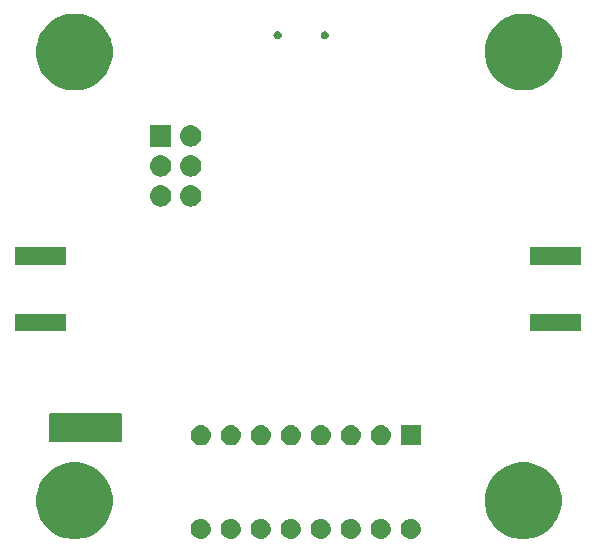
<source format=gbs>
G04 #@! TF.GenerationSoftware,KiCad,Pcbnew,(5.0.2)-1*
G04 #@! TF.CreationDate,2019-01-19T12:29:50+11:00*
G04 #@! TF.ProjectId,Gain_Block_Dev_Rev_0,4761696e-5f42-46c6-9f63-6b5f4465765f,rev?*
G04 #@! TF.SameCoordinates,Original*
G04 #@! TF.FileFunction,Soldermask,Bot*
G04 #@! TF.FilePolarity,Negative*
%FSLAX46Y46*%
G04 Gerber Fmt 4.6, Leading zero omitted, Abs format (unit mm)*
G04 Created by KiCad (PCBNEW (5.0.2)-1) date 19/01/2019 12:29:50*
%MOMM*%
%LPD*%
G01*
G04 APERTURE LIST*
%ADD10C,0.150000*%
%ADD11C,0.100000*%
G04 APERTURE END LIST*
D10*
G04 #@! TO.C,REF\002A\002A*
G36*
X107950000Y-105650000D02*
X113950000Y-105650000D01*
X113950000Y-107900000D01*
X107950000Y-107900000D01*
X107950000Y-105650000D01*
G37*
X107950000Y-105650000D02*
X113950000Y-105650000D01*
X113950000Y-107900000D01*
X107950000Y-107900000D01*
X107950000Y-105650000D01*
D11*
G36*
X148634239Y-109811467D02*
X148948282Y-109873934D01*
X149539926Y-110119001D01*
X149829523Y-110312504D01*
X150072395Y-110474786D01*
X150525214Y-110927605D01*
X150525216Y-110927608D01*
X150880999Y-111460074D01*
X151002724Y-111753944D01*
X151126066Y-112051719D01*
X151251000Y-112679803D01*
X151251000Y-113320197D01*
X151188533Y-113634239D01*
X151126066Y-113948282D01*
X150880999Y-114539926D01*
X150640457Y-114899922D01*
X150525214Y-115072395D01*
X150072395Y-115525214D01*
X150072392Y-115525216D01*
X149539926Y-115880999D01*
X148948282Y-116126066D01*
X148634239Y-116188533D01*
X148320197Y-116251000D01*
X147679803Y-116251000D01*
X147365761Y-116188533D01*
X147051718Y-116126066D01*
X146460074Y-115880999D01*
X145927608Y-115525216D01*
X145927605Y-115525214D01*
X145474786Y-115072395D01*
X145359543Y-114899922D01*
X145119001Y-114539926D01*
X144873934Y-113948282D01*
X144811467Y-113634239D01*
X144749000Y-113320197D01*
X144749000Y-112679803D01*
X144873934Y-112051719D01*
X144997276Y-111753944D01*
X145119001Y-111460074D01*
X145474784Y-110927608D01*
X145474786Y-110927605D01*
X145927605Y-110474786D01*
X146170477Y-110312504D01*
X146460074Y-110119001D01*
X147051718Y-109873934D01*
X147365761Y-109811467D01*
X147679803Y-109749000D01*
X148320197Y-109749000D01*
X148634239Y-109811467D01*
X148634239Y-109811467D01*
G37*
G36*
X110634239Y-109811467D02*
X110948282Y-109873934D01*
X111539926Y-110119001D01*
X111829523Y-110312504D01*
X112072395Y-110474786D01*
X112525214Y-110927605D01*
X112525216Y-110927608D01*
X112880999Y-111460074D01*
X113002724Y-111753944D01*
X113126066Y-112051719D01*
X113251000Y-112679803D01*
X113251000Y-113320197D01*
X113188533Y-113634239D01*
X113126066Y-113948282D01*
X112880999Y-114539926D01*
X112640457Y-114899922D01*
X112525214Y-115072395D01*
X112072395Y-115525214D01*
X112072392Y-115525216D01*
X111539926Y-115880999D01*
X110948282Y-116126066D01*
X110634239Y-116188533D01*
X110320197Y-116251000D01*
X109679803Y-116251000D01*
X109365761Y-116188533D01*
X109051718Y-116126066D01*
X108460074Y-115880999D01*
X107927608Y-115525216D01*
X107927605Y-115525214D01*
X107474786Y-115072395D01*
X107359543Y-114899922D01*
X107119001Y-114539926D01*
X106873934Y-113948282D01*
X106811467Y-113634239D01*
X106749000Y-113320197D01*
X106749000Y-112679803D01*
X106873934Y-112051719D01*
X106997276Y-111753944D01*
X107119001Y-111460074D01*
X107474784Y-110927608D01*
X107474786Y-110927605D01*
X107927605Y-110474786D01*
X108170477Y-110312504D01*
X108460074Y-110119001D01*
X109051718Y-109873934D01*
X109365761Y-109811467D01*
X109679803Y-109749000D01*
X110320197Y-109749000D01*
X110634239Y-109811467D01*
X110634239Y-109811467D01*
G37*
G36*
X123406821Y-114536313D02*
X123406824Y-114536314D01*
X123406825Y-114536314D01*
X123567239Y-114584975D01*
X123567241Y-114584976D01*
X123567244Y-114584977D01*
X123715078Y-114663995D01*
X123844659Y-114770341D01*
X123951005Y-114899922D01*
X124030023Y-115047756D01*
X124030024Y-115047759D01*
X124030025Y-115047761D01*
X124060449Y-115148056D01*
X124078687Y-115208179D01*
X124095117Y-115375000D01*
X124078687Y-115541821D01*
X124078686Y-115541824D01*
X124078686Y-115541825D01*
X124056905Y-115613629D01*
X124030023Y-115702244D01*
X123951005Y-115850078D01*
X123844659Y-115979659D01*
X123715078Y-116086005D01*
X123567244Y-116165023D01*
X123567241Y-116165024D01*
X123567239Y-116165025D01*
X123406825Y-116213686D01*
X123406824Y-116213686D01*
X123406821Y-116213687D01*
X123281804Y-116226000D01*
X123198196Y-116226000D01*
X123073179Y-116213687D01*
X123073176Y-116213686D01*
X123073175Y-116213686D01*
X122912761Y-116165025D01*
X122912759Y-116165024D01*
X122912756Y-116165023D01*
X122764922Y-116086005D01*
X122635341Y-115979659D01*
X122528995Y-115850078D01*
X122449977Y-115702244D01*
X122423096Y-115613629D01*
X122401314Y-115541825D01*
X122401314Y-115541824D01*
X122401313Y-115541821D01*
X122384883Y-115375000D01*
X122401313Y-115208179D01*
X122419551Y-115148056D01*
X122449975Y-115047761D01*
X122449976Y-115047759D01*
X122449977Y-115047756D01*
X122528995Y-114899922D01*
X122635341Y-114770341D01*
X122764922Y-114663995D01*
X122912756Y-114584977D01*
X122912759Y-114584976D01*
X122912761Y-114584975D01*
X123073175Y-114536314D01*
X123073176Y-114536314D01*
X123073179Y-114536313D01*
X123198196Y-114524000D01*
X123281804Y-114524000D01*
X123406821Y-114536313D01*
X123406821Y-114536313D01*
G37*
G36*
X120866821Y-114536313D02*
X120866824Y-114536314D01*
X120866825Y-114536314D01*
X121027239Y-114584975D01*
X121027241Y-114584976D01*
X121027244Y-114584977D01*
X121175078Y-114663995D01*
X121304659Y-114770341D01*
X121411005Y-114899922D01*
X121490023Y-115047756D01*
X121490024Y-115047759D01*
X121490025Y-115047761D01*
X121520449Y-115148056D01*
X121538687Y-115208179D01*
X121555117Y-115375000D01*
X121538687Y-115541821D01*
X121538686Y-115541824D01*
X121538686Y-115541825D01*
X121516905Y-115613629D01*
X121490023Y-115702244D01*
X121411005Y-115850078D01*
X121304659Y-115979659D01*
X121175078Y-116086005D01*
X121027244Y-116165023D01*
X121027241Y-116165024D01*
X121027239Y-116165025D01*
X120866825Y-116213686D01*
X120866824Y-116213686D01*
X120866821Y-116213687D01*
X120741804Y-116226000D01*
X120658196Y-116226000D01*
X120533179Y-116213687D01*
X120533176Y-116213686D01*
X120533175Y-116213686D01*
X120372761Y-116165025D01*
X120372759Y-116165024D01*
X120372756Y-116165023D01*
X120224922Y-116086005D01*
X120095341Y-115979659D01*
X119988995Y-115850078D01*
X119909977Y-115702244D01*
X119883096Y-115613629D01*
X119861314Y-115541825D01*
X119861314Y-115541824D01*
X119861313Y-115541821D01*
X119844883Y-115375000D01*
X119861313Y-115208179D01*
X119879551Y-115148056D01*
X119909975Y-115047761D01*
X119909976Y-115047759D01*
X119909977Y-115047756D01*
X119988995Y-114899922D01*
X120095341Y-114770341D01*
X120224922Y-114663995D01*
X120372756Y-114584977D01*
X120372759Y-114584976D01*
X120372761Y-114584975D01*
X120533175Y-114536314D01*
X120533176Y-114536314D01*
X120533179Y-114536313D01*
X120658196Y-114524000D01*
X120741804Y-114524000D01*
X120866821Y-114536313D01*
X120866821Y-114536313D01*
G37*
G36*
X125946821Y-114536313D02*
X125946824Y-114536314D01*
X125946825Y-114536314D01*
X126107239Y-114584975D01*
X126107241Y-114584976D01*
X126107244Y-114584977D01*
X126255078Y-114663995D01*
X126384659Y-114770341D01*
X126491005Y-114899922D01*
X126570023Y-115047756D01*
X126570024Y-115047759D01*
X126570025Y-115047761D01*
X126600449Y-115148056D01*
X126618687Y-115208179D01*
X126635117Y-115375000D01*
X126618687Y-115541821D01*
X126618686Y-115541824D01*
X126618686Y-115541825D01*
X126596905Y-115613629D01*
X126570023Y-115702244D01*
X126491005Y-115850078D01*
X126384659Y-115979659D01*
X126255078Y-116086005D01*
X126107244Y-116165023D01*
X126107241Y-116165024D01*
X126107239Y-116165025D01*
X125946825Y-116213686D01*
X125946824Y-116213686D01*
X125946821Y-116213687D01*
X125821804Y-116226000D01*
X125738196Y-116226000D01*
X125613179Y-116213687D01*
X125613176Y-116213686D01*
X125613175Y-116213686D01*
X125452761Y-116165025D01*
X125452759Y-116165024D01*
X125452756Y-116165023D01*
X125304922Y-116086005D01*
X125175341Y-115979659D01*
X125068995Y-115850078D01*
X124989977Y-115702244D01*
X124963096Y-115613629D01*
X124941314Y-115541825D01*
X124941314Y-115541824D01*
X124941313Y-115541821D01*
X124924883Y-115375000D01*
X124941313Y-115208179D01*
X124959551Y-115148056D01*
X124989975Y-115047761D01*
X124989976Y-115047759D01*
X124989977Y-115047756D01*
X125068995Y-114899922D01*
X125175341Y-114770341D01*
X125304922Y-114663995D01*
X125452756Y-114584977D01*
X125452759Y-114584976D01*
X125452761Y-114584975D01*
X125613175Y-114536314D01*
X125613176Y-114536314D01*
X125613179Y-114536313D01*
X125738196Y-114524000D01*
X125821804Y-114524000D01*
X125946821Y-114536313D01*
X125946821Y-114536313D01*
G37*
G36*
X128486821Y-114536313D02*
X128486824Y-114536314D01*
X128486825Y-114536314D01*
X128647239Y-114584975D01*
X128647241Y-114584976D01*
X128647244Y-114584977D01*
X128795078Y-114663995D01*
X128924659Y-114770341D01*
X129031005Y-114899922D01*
X129110023Y-115047756D01*
X129110024Y-115047759D01*
X129110025Y-115047761D01*
X129140449Y-115148056D01*
X129158687Y-115208179D01*
X129175117Y-115375000D01*
X129158687Y-115541821D01*
X129158686Y-115541824D01*
X129158686Y-115541825D01*
X129136905Y-115613629D01*
X129110023Y-115702244D01*
X129031005Y-115850078D01*
X128924659Y-115979659D01*
X128795078Y-116086005D01*
X128647244Y-116165023D01*
X128647241Y-116165024D01*
X128647239Y-116165025D01*
X128486825Y-116213686D01*
X128486824Y-116213686D01*
X128486821Y-116213687D01*
X128361804Y-116226000D01*
X128278196Y-116226000D01*
X128153179Y-116213687D01*
X128153176Y-116213686D01*
X128153175Y-116213686D01*
X127992761Y-116165025D01*
X127992759Y-116165024D01*
X127992756Y-116165023D01*
X127844922Y-116086005D01*
X127715341Y-115979659D01*
X127608995Y-115850078D01*
X127529977Y-115702244D01*
X127503096Y-115613629D01*
X127481314Y-115541825D01*
X127481314Y-115541824D01*
X127481313Y-115541821D01*
X127464883Y-115375000D01*
X127481313Y-115208179D01*
X127499551Y-115148056D01*
X127529975Y-115047761D01*
X127529976Y-115047759D01*
X127529977Y-115047756D01*
X127608995Y-114899922D01*
X127715341Y-114770341D01*
X127844922Y-114663995D01*
X127992756Y-114584977D01*
X127992759Y-114584976D01*
X127992761Y-114584975D01*
X128153175Y-114536314D01*
X128153176Y-114536314D01*
X128153179Y-114536313D01*
X128278196Y-114524000D01*
X128361804Y-114524000D01*
X128486821Y-114536313D01*
X128486821Y-114536313D01*
G37*
G36*
X131026821Y-114536313D02*
X131026824Y-114536314D01*
X131026825Y-114536314D01*
X131187239Y-114584975D01*
X131187241Y-114584976D01*
X131187244Y-114584977D01*
X131335078Y-114663995D01*
X131464659Y-114770341D01*
X131571005Y-114899922D01*
X131650023Y-115047756D01*
X131650024Y-115047759D01*
X131650025Y-115047761D01*
X131680449Y-115148056D01*
X131698687Y-115208179D01*
X131715117Y-115375000D01*
X131698687Y-115541821D01*
X131698686Y-115541824D01*
X131698686Y-115541825D01*
X131676905Y-115613629D01*
X131650023Y-115702244D01*
X131571005Y-115850078D01*
X131464659Y-115979659D01*
X131335078Y-116086005D01*
X131187244Y-116165023D01*
X131187241Y-116165024D01*
X131187239Y-116165025D01*
X131026825Y-116213686D01*
X131026824Y-116213686D01*
X131026821Y-116213687D01*
X130901804Y-116226000D01*
X130818196Y-116226000D01*
X130693179Y-116213687D01*
X130693176Y-116213686D01*
X130693175Y-116213686D01*
X130532761Y-116165025D01*
X130532759Y-116165024D01*
X130532756Y-116165023D01*
X130384922Y-116086005D01*
X130255341Y-115979659D01*
X130148995Y-115850078D01*
X130069977Y-115702244D01*
X130043096Y-115613629D01*
X130021314Y-115541825D01*
X130021314Y-115541824D01*
X130021313Y-115541821D01*
X130004883Y-115375000D01*
X130021313Y-115208179D01*
X130039551Y-115148056D01*
X130069975Y-115047761D01*
X130069976Y-115047759D01*
X130069977Y-115047756D01*
X130148995Y-114899922D01*
X130255341Y-114770341D01*
X130384922Y-114663995D01*
X130532756Y-114584977D01*
X130532759Y-114584976D01*
X130532761Y-114584975D01*
X130693175Y-114536314D01*
X130693176Y-114536314D01*
X130693179Y-114536313D01*
X130818196Y-114524000D01*
X130901804Y-114524000D01*
X131026821Y-114536313D01*
X131026821Y-114536313D01*
G37*
G36*
X133566821Y-114536313D02*
X133566824Y-114536314D01*
X133566825Y-114536314D01*
X133727239Y-114584975D01*
X133727241Y-114584976D01*
X133727244Y-114584977D01*
X133875078Y-114663995D01*
X134004659Y-114770341D01*
X134111005Y-114899922D01*
X134190023Y-115047756D01*
X134190024Y-115047759D01*
X134190025Y-115047761D01*
X134220449Y-115148056D01*
X134238687Y-115208179D01*
X134255117Y-115375000D01*
X134238687Y-115541821D01*
X134238686Y-115541824D01*
X134238686Y-115541825D01*
X134216905Y-115613629D01*
X134190023Y-115702244D01*
X134111005Y-115850078D01*
X134004659Y-115979659D01*
X133875078Y-116086005D01*
X133727244Y-116165023D01*
X133727241Y-116165024D01*
X133727239Y-116165025D01*
X133566825Y-116213686D01*
X133566824Y-116213686D01*
X133566821Y-116213687D01*
X133441804Y-116226000D01*
X133358196Y-116226000D01*
X133233179Y-116213687D01*
X133233176Y-116213686D01*
X133233175Y-116213686D01*
X133072761Y-116165025D01*
X133072759Y-116165024D01*
X133072756Y-116165023D01*
X132924922Y-116086005D01*
X132795341Y-115979659D01*
X132688995Y-115850078D01*
X132609977Y-115702244D01*
X132583096Y-115613629D01*
X132561314Y-115541825D01*
X132561314Y-115541824D01*
X132561313Y-115541821D01*
X132544883Y-115375000D01*
X132561313Y-115208179D01*
X132579551Y-115148056D01*
X132609975Y-115047761D01*
X132609976Y-115047759D01*
X132609977Y-115047756D01*
X132688995Y-114899922D01*
X132795341Y-114770341D01*
X132924922Y-114663995D01*
X133072756Y-114584977D01*
X133072759Y-114584976D01*
X133072761Y-114584975D01*
X133233175Y-114536314D01*
X133233176Y-114536314D01*
X133233179Y-114536313D01*
X133358196Y-114524000D01*
X133441804Y-114524000D01*
X133566821Y-114536313D01*
X133566821Y-114536313D01*
G37*
G36*
X136106821Y-114536313D02*
X136106824Y-114536314D01*
X136106825Y-114536314D01*
X136267239Y-114584975D01*
X136267241Y-114584976D01*
X136267244Y-114584977D01*
X136415078Y-114663995D01*
X136544659Y-114770341D01*
X136651005Y-114899922D01*
X136730023Y-115047756D01*
X136730024Y-115047759D01*
X136730025Y-115047761D01*
X136760449Y-115148056D01*
X136778687Y-115208179D01*
X136795117Y-115375000D01*
X136778687Y-115541821D01*
X136778686Y-115541824D01*
X136778686Y-115541825D01*
X136756905Y-115613629D01*
X136730023Y-115702244D01*
X136651005Y-115850078D01*
X136544659Y-115979659D01*
X136415078Y-116086005D01*
X136267244Y-116165023D01*
X136267241Y-116165024D01*
X136267239Y-116165025D01*
X136106825Y-116213686D01*
X136106824Y-116213686D01*
X136106821Y-116213687D01*
X135981804Y-116226000D01*
X135898196Y-116226000D01*
X135773179Y-116213687D01*
X135773176Y-116213686D01*
X135773175Y-116213686D01*
X135612761Y-116165025D01*
X135612759Y-116165024D01*
X135612756Y-116165023D01*
X135464922Y-116086005D01*
X135335341Y-115979659D01*
X135228995Y-115850078D01*
X135149977Y-115702244D01*
X135123096Y-115613629D01*
X135101314Y-115541825D01*
X135101314Y-115541824D01*
X135101313Y-115541821D01*
X135084883Y-115375000D01*
X135101313Y-115208179D01*
X135119551Y-115148056D01*
X135149975Y-115047761D01*
X135149976Y-115047759D01*
X135149977Y-115047756D01*
X135228995Y-114899922D01*
X135335341Y-114770341D01*
X135464922Y-114663995D01*
X135612756Y-114584977D01*
X135612759Y-114584976D01*
X135612761Y-114584975D01*
X135773175Y-114536314D01*
X135773176Y-114536314D01*
X135773179Y-114536313D01*
X135898196Y-114524000D01*
X135981804Y-114524000D01*
X136106821Y-114536313D01*
X136106821Y-114536313D01*
G37*
G36*
X138646821Y-114536313D02*
X138646824Y-114536314D01*
X138646825Y-114536314D01*
X138807239Y-114584975D01*
X138807241Y-114584976D01*
X138807244Y-114584977D01*
X138955078Y-114663995D01*
X139084659Y-114770341D01*
X139191005Y-114899922D01*
X139270023Y-115047756D01*
X139270024Y-115047759D01*
X139270025Y-115047761D01*
X139300449Y-115148056D01*
X139318687Y-115208179D01*
X139335117Y-115375000D01*
X139318687Y-115541821D01*
X139318686Y-115541824D01*
X139318686Y-115541825D01*
X139296905Y-115613629D01*
X139270023Y-115702244D01*
X139191005Y-115850078D01*
X139084659Y-115979659D01*
X138955078Y-116086005D01*
X138807244Y-116165023D01*
X138807241Y-116165024D01*
X138807239Y-116165025D01*
X138646825Y-116213686D01*
X138646824Y-116213686D01*
X138646821Y-116213687D01*
X138521804Y-116226000D01*
X138438196Y-116226000D01*
X138313179Y-116213687D01*
X138313176Y-116213686D01*
X138313175Y-116213686D01*
X138152761Y-116165025D01*
X138152759Y-116165024D01*
X138152756Y-116165023D01*
X138004922Y-116086005D01*
X137875341Y-115979659D01*
X137768995Y-115850078D01*
X137689977Y-115702244D01*
X137663096Y-115613629D01*
X137641314Y-115541825D01*
X137641314Y-115541824D01*
X137641313Y-115541821D01*
X137624883Y-115375000D01*
X137641313Y-115208179D01*
X137659551Y-115148056D01*
X137689975Y-115047761D01*
X137689976Y-115047759D01*
X137689977Y-115047756D01*
X137768995Y-114899922D01*
X137875341Y-114770341D01*
X138004922Y-114663995D01*
X138152756Y-114584977D01*
X138152759Y-114584976D01*
X138152761Y-114584975D01*
X138313175Y-114536314D01*
X138313176Y-114536314D01*
X138313179Y-114536313D01*
X138438196Y-114524000D01*
X138521804Y-114524000D01*
X138646821Y-114536313D01*
X138646821Y-114536313D01*
G37*
G36*
X139331000Y-108306000D02*
X137629000Y-108306000D01*
X137629000Y-106604000D01*
X139331000Y-106604000D01*
X139331000Y-108306000D01*
X139331000Y-108306000D01*
G37*
G36*
X136106821Y-106616313D02*
X136106824Y-106616314D01*
X136106825Y-106616314D01*
X136267239Y-106664975D01*
X136267241Y-106664976D01*
X136267244Y-106664977D01*
X136415078Y-106743995D01*
X136544659Y-106850341D01*
X136651005Y-106979922D01*
X136730023Y-107127756D01*
X136778687Y-107288179D01*
X136795117Y-107455000D01*
X136778687Y-107621821D01*
X136730023Y-107782244D01*
X136651005Y-107930078D01*
X136544659Y-108059659D01*
X136415078Y-108166005D01*
X136267244Y-108245023D01*
X136267241Y-108245024D01*
X136267239Y-108245025D01*
X136106825Y-108293686D01*
X136106824Y-108293686D01*
X136106821Y-108293687D01*
X135981804Y-108306000D01*
X135898196Y-108306000D01*
X135773179Y-108293687D01*
X135773176Y-108293686D01*
X135773175Y-108293686D01*
X135612761Y-108245025D01*
X135612759Y-108245024D01*
X135612756Y-108245023D01*
X135464922Y-108166005D01*
X135335341Y-108059659D01*
X135228995Y-107930078D01*
X135149977Y-107782244D01*
X135101313Y-107621821D01*
X135084883Y-107455000D01*
X135101313Y-107288179D01*
X135149977Y-107127756D01*
X135228995Y-106979922D01*
X135335341Y-106850341D01*
X135464922Y-106743995D01*
X135612756Y-106664977D01*
X135612759Y-106664976D01*
X135612761Y-106664975D01*
X135773175Y-106616314D01*
X135773176Y-106616314D01*
X135773179Y-106616313D01*
X135898196Y-106604000D01*
X135981804Y-106604000D01*
X136106821Y-106616313D01*
X136106821Y-106616313D01*
G37*
G36*
X125946821Y-106616313D02*
X125946824Y-106616314D01*
X125946825Y-106616314D01*
X126107239Y-106664975D01*
X126107241Y-106664976D01*
X126107244Y-106664977D01*
X126255078Y-106743995D01*
X126384659Y-106850341D01*
X126491005Y-106979922D01*
X126570023Y-107127756D01*
X126618687Y-107288179D01*
X126635117Y-107455000D01*
X126618687Y-107621821D01*
X126570023Y-107782244D01*
X126491005Y-107930078D01*
X126384659Y-108059659D01*
X126255078Y-108166005D01*
X126107244Y-108245023D01*
X126107241Y-108245024D01*
X126107239Y-108245025D01*
X125946825Y-108293686D01*
X125946824Y-108293686D01*
X125946821Y-108293687D01*
X125821804Y-108306000D01*
X125738196Y-108306000D01*
X125613179Y-108293687D01*
X125613176Y-108293686D01*
X125613175Y-108293686D01*
X125452761Y-108245025D01*
X125452759Y-108245024D01*
X125452756Y-108245023D01*
X125304922Y-108166005D01*
X125175341Y-108059659D01*
X125068995Y-107930078D01*
X124989977Y-107782244D01*
X124941313Y-107621821D01*
X124924883Y-107455000D01*
X124941313Y-107288179D01*
X124989977Y-107127756D01*
X125068995Y-106979922D01*
X125175341Y-106850341D01*
X125304922Y-106743995D01*
X125452756Y-106664977D01*
X125452759Y-106664976D01*
X125452761Y-106664975D01*
X125613175Y-106616314D01*
X125613176Y-106616314D01*
X125613179Y-106616313D01*
X125738196Y-106604000D01*
X125821804Y-106604000D01*
X125946821Y-106616313D01*
X125946821Y-106616313D01*
G37*
G36*
X133566821Y-106616313D02*
X133566824Y-106616314D01*
X133566825Y-106616314D01*
X133727239Y-106664975D01*
X133727241Y-106664976D01*
X133727244Y-106664977D01*
X133875078Y-106743995D01*
X134004659Y-106850341D01*
X134111005Y-106979922D01*
X134190023Y-107127756D01*
X134238687Y-107288179D01*
X134255117Y-107455000D01*
X134238687Y-107621821D01*
X134190023Y-107782244D01*
X134111005Y-107930078D01*
X134004659Y-108059659D01*
X133875078Y-108166005D01*
X133727244Y-108245023D01*
X133727241Y-108245024D01*
X133727239Y-108245025D01*
X133566825Y-108293686D01*
X133566824Y-108293686D01*
X133566821Y-108293687D01*
X133441804Y-108306000D01*
X133358196Y-108306000D01*
X133233179Y-108293687D01*
X133233176Y-108293686D01*
X133233175Y-108293686D01*
X133072761Y-108245025D01*
X133072759Y-108245024D01*
X133072756Y-108245023D01*
X132924922Y-108166005D01*
X132795341Y-108059659D01*
X132688995Y-107930078D01*
X132609977Y-107782244D01*
X132561313Y-107621821D01*
X132544883Y-107455000D01*
X132561313Y-107288179D01*
X132609977Y-107127756D01*
X132688995Y-106979922D01*
X132795341Y-106850341D01*
X132924922Y-106743995D01*
X133072756Y-106664977D01*
X133072759Y-106664976D01*
X133072761Y-106664975D01*
X133233175Y-106616314D01*
X133233176Y-106616314D01*
X133233179Y-106616313D01*
X133358196Y-106604000D01*
X133441804Y-106604000D01*
X133566821Y-106616313D01*
X133566821Y-106616313D01*
G37*
G36*
X128486821Y-106616313D02*
X128486824Y-106616314D01*
X128486825Y-106616314D01*
X128647239Y-106664975D01*
X128647241Y-106664976D01*
X128647244Y-106664977D01*
X128795078Y-106743995D01*
X128924659Y-106850341D01*
X129031005Y-106979922D01*
X129110023Y-107127756D01*
X129158687Y-107288179D01*
X129175117Y-107455000D01*
X129158687Y-107621821D01*
X129110023Y-107782244D01*
X129031005Y-107930078D01*
X128924659Y-108059659D01*
X128795078Y-108166005D01*
X128647244Y-108245023D01*
X128647241Y-108245024D01*
X128647239Y-108245025D01*
X128486825Y-108293686D01*
X128486824Y-108293686D01*
X128486821Y-108293687D01*
X128361804Y-108306000D01*
X128278196Y-108306000D01*
X128153179Y-108293687D01*
X128153176Y-108293686D01*
X128153175Y-108293686D01*
X127992761Y-108245025D01*
X127992759Y-108245024D01*
X127992756Y-108245023D01*
X127844922Y-108166005D01*
X127715341Y-108059659D01*
X127608995Y-107930078D01*
X127529977Y-107782244D01*
X127481313Y-107621821D01*
X127464883Y-107455000D01*
X127481313Y-107288179D01*
X127529977Y-107127756D01*
X127608995Y-106979922D01*
X127715341Y-106850341D01*
X127844922Y-106743995D01*
X127992756Y-106664977D01*
X127992759Y-106664976D01*
X127992761Y-106664975D01*
X128153175Y-106616314D01*
X128153176Y-106616314D01*
X128153179Y-106616313D01*
X128278196Y-106604000D01*
X128361804Y-106604000D01*
X128486821Y-106616313D01*
X128486821Y-106616313D01*
G37*
G36*
X120866821Y-106616313D02*
X120866824Y-106616314D01*
X120866825Y-106616314D01*
X121027239Y-106664975D01*
X121027241Y-106664976D01*
X121027244Y-106664977D01*
X121175078Y-106743995D01*
X121304659Y-106850341D01*
X121411005Y-106979922D01*
X121490023Y-107127756D01*
X121538687Y-107288179D01*
X121555117Y-107455000D01*
X121538687Y-107621821D01*
X121490023Y-107782244D01*
X121411005Y-107930078D01*
X121304659Y-108059659D01*
X121175078Y-108166005D01*
X121027244Y-108245023D01*
X121027241Y-108245024D01*
X121027239Y-108245025D01*
X120866825Y-108293686D01*
X120866824Y-108293686D01*
X120866821Y-108293687D01*
X120741804Y-108306000D01*
X120658196Y-108306000D01*
X120533179Y-108293687D01*
X120533176Y-108293686D01*
X120533175Y-108293686D01*
X120372761Y-108245025D01*
X120372759Y-108245024D01*
X120372756Y-108245023D01*
X120224922Y-108166005D01*
X120095341Y-108059659D01*
X119988995Y-107930078D01*
X119909977Y-107782244D01*
X119861313Y-107621821D01*
X119844883Y-107455000D01*
X119861313Y-107288179D01*
X119909977Y-107127756D01*
X119988995Y-106979922D01*
X120095341Y-106850341D01*
X120224922Y-106743995D01*
X120372756Y-106664977D01*
X120372759Y-106664976D01*
X120372761Y-106664975D01*
X120533175Y-106616314D01*
X120533176Y-106616314D01*
X120533179Y-106616313D01*
X120658196Y-106604000D01*
X120741804Y-106604000D01*
X120866821Y-106616313D01*
X120866821Y-106616313D01*
G37*
G36*
X123406821Y-106616313D02*
X123406824Y-106616314D01*
X123406825Y-106616314D01*
X123567239Y-106664975D01*
X123567241Y-106664976D01*
X123567244Y-106664977D01*
X123715078Y-106743995D01*
X123844659Y-106850341D01*
X123951005Y-106979922D01*
X124030023Y-107127756D01*
X124078687Y-107288179D01*
X124095117Y-107455000D01*
X124078687Y-107621821D01*
X124030023Y-107782244D01*
X123951005Y-107930078D01*
X123844659Y-108059659D01*
X123715078Y-108166005D01*
X123567244Y-108245023D01*
X123567241Y-108245024D01*
X123567239Y-108245025D01*
X123406825Y-108293686D01*
X123406824Y-108293686D01*
X123406821Y-108293687D01*
X123281804Y-108306000D01*
X123198196Y-108306000D01*
X123073179Y-108293687D01*
X123073176Y-108293686D01*
X123073175Y-108293686D01*
X122912761Y-108245025D01*
X122912759Y-108245024D01*
X122912756Y-108245023D01*
X122764922Y-108166005D01*
X122635341Y-108059659D01*
X122528995Y-107930078D01*
X122449977Y-107782244D01*
X122401313Y-107621821D01*
X122384883Y-107455000D01*
X122401313Y-107288179D01*
X122449977Y-107127756D01*
X122528995Y-106979922D01*
X122635341Y-106850341D01*
X122764922Y-106743995D01*
X122912756Y-106664977D01*
X122912759Y-106664976D01*
X122912761Y-106664975D01*
X123073175Y-106616314D01*
X123073176Y-106616314D01*
X123073179Y-106616313D01*
X123198196Y-106604000D01*
X123281804Y-106604000D01*
X123406821Y-106616313D01*
X123406821Y-106616313D01*
G37*
G36*
X131026821Y-106616313D02*
X131026824Y-106616314D01*
X131026825Y-106616314D01*
X131187239Y-106664975D01*
X131187241Y-106664976D01*
X131187244Y-106664977D01*
X131335078Y-106743995D01*
X131464659Y-106850341D01*
X131571005Y-106979922D01*
X131650023Y-107127756D01*
X131698687Y-107288179D01*
X131715117Y-107455000D01*
X131698687Y-107621821D01*
X131650023Y-107782244D01*
X131571005Y-107930078D01*
X131464659Y-108059659D01*
X131335078Y-108166005D01*
X131187244Y-108245023D01*
X131187241Y-108245024D01*
X131187239Y-108245025D01*
X131026825Y-108293686D01*
X131026824Y-108293686D01*
X131026821Y-108293687D01*
X130901804Y-108306000D01*
X130818196Y-108306000D01*
X130693179Y-108293687D01*
X130693176Y-108293686D01*
X130693175Y-108293686D01*
X130532761Y-108245025D01*
X130532759Y-108245024D01*
X130532756Y-108245023D01*
X130384922Y-108166005D01*
X130255341Y-108059659D01*
X130148995Y-107930078D01*
X130069977Y-107782244D01*
X130021313Y-107621821D01*
X130004883Y-107455000D01*
X130021313Y-107288179D01*
X130069977Y-107127756D01*
X130148995Y-106979922D01*
X130255341Y-106850341D01*
X130384922Y-106743995D01*
X130532756Y-106664977D01*
X130532759Y-106664976D01*
X130532761Y-106664975D01*
X130693175Y-106616314D01*
X130693176Y-106616314D01*
X130693179Y-106616313D01*
X130818196Y-106604000D01*
X130901804Y-106604000D01*
X131026821Y-106616313D01*
X131026821Y-106616313D01*
G37*
G36*
X152851000Y-98651000D02*
X148549000Y-98651000D01*
X148549000Y-97199000D01*
X152851000Y-97199000D01*
X152851000Y-98651000D01*
X152851000Y-98651000D01*
G37*
G36*
X109251000Y-98651000D02*
X104949000Y-98651000D01*
X104949000Y-97199000D01*
X109251000Y-97199000D01*
X109251000Y-98651000D01*
X109251000Y-98651000D01*
G37*
G36*
X109251000Y-93001000D02*
X104949000Y-93001000D01*
X104949000Y-91549000D01*
X109251000Y-91549000D01*
X109251000Y-93001000D01*
X109251000Y-93001000D01*
G37*
G36*
X152851000Y-93001000D02*
X148549000Y-93001000D01*
X148549000Y-91549000D01*
X152851000Y-91549000D01*
X152851000Y-93001000D01*
X152851000Y-93001000D01*
G37*
G36*
X117410442Y-86285518D02*
X117476627Y-86292037D01*
X117589853Y-86326384D01*
X117646467Y-86343557D01*
X117785087Y-86417652D01*
X117802991Y-86427222D01*
X117838729Y-86456552D01*
X117940186Y-86539814D01*
X118023448Y-86641271D01*
X118052778Y-86677009D01*
X118052779Y-86677011D01*
X118136443Y-86833533D01*
X118136443Y-86833534D01*
X118187963Y-87003373D01*
X118205359Y-87180000D01*
X118187963Y-87356627D01*
X118153616Y-87469853D01*
X118136443Y-87526467D01*
X118062348Y-87665087D01*
X118052778Y-87682991D01*
X118023448Y-87718729D01*
X117940186Y-87820186D01*
X117838729Y-87903448D01*
X117802991Y-87932778D01*
X117802989Y-87932779D01*
X117646467Y-88016443D01*
X117589853Y-88033616D01*
X117476627Y-88067963D01*
X117410443Y-88074481D01*
X117344260Y-88081000D01*
X117255740Y-88081000D01*
X117189557Y-88074481D01*
X117123373Y-88067963D01*
X117010147Y-88033616D01*
X116953533Y-88016443D01*
X116797011Y-87932779D01*
X116797009Y-87932778D01*
X116761271Y-87903448D01*
X116659814Y-87820186D01*
X116576552Y-87718729D01*
X116547222Y-87682991D01*
X116537652Y-87665087D01*
X116463557Y-87526467D01*
X116446384Y-87469853D01*
X116412037Y-87356627D01*
X116394641Y-87180000D01*
X116412037Y-87003373D01*
X116463557Y-86833534D01*
X116463557Y-86833533D01*
X116547221Y-86677011D01*
X116547222Y-86677009D01*
X116576552Y-86641271D01*
X116659814Y-86539814D01*
X116761271Y-86456552D01*
X116797009Y-86427222D01*
X116814913Y-86417652D01*
X116953533Y-86343557D01*
X117010147Y-86326384D01*
X117123373Y-86292037D01*
X117189558Y-86285518D01*
X117255740Y-86279000D01*
X117344260Y-86279000D01*
X117410442Y-86285518D01*
X117410442Y-86285518D01*
G37*
G36*
X119950442Y-86285518D02*
X120016627Y-86292037D01*
X120129853Y-86326384D01*
X120186467Y-86343557D01*
X120325087Y-86417652D01*
X120342991Y-86427222D01*
X120378729Y-86456552D01*
X120480186Y-86539814D01*
X120563448Y-86641271D01*
X120592778Y-86677009D01*
X120592779Y-86677011D01*
X120676443Y-86833533D01*
X120676443Y-86833534D01*
X120727963Y-87003373D01*
X120745359Y-87180000D01*
X120727963Y-87356627D01*
X120693616Y-87469853D01*
X120676443Y-87526467D01*
X120602348Y-87665087D01*
X120592778Y-87682991D01*
X120563448Y-87718729D01*
X120480186Y-87820186D01*
X120378729Y-87903448D01*
X120342991Y-87932778D01*
X120342989Y-87932779D01*
X120186467Y-88016443D01*
X120129853Y-88033616D01*
X120016627Y-88067963D01*
X119950443Y-88074481D01*
X119884260Y-88081000D01*
X119795740Y-88081000D01*
X119729557Y-88074481D01*
X119663373Y-88067963D01*
X119550147Y-88033616D01*
X119493533Y-88016443D01*
X119337011Y-87932779D01*
X119337009Y-87932778D01*
X119301271Y-87903448D01*
X119199814Y-87820186D01*
X119116552Y-87718729D01*
X119087222Y-87682991D01*
X119077652Y-87665087D01*
X119003557Y-87526467D01*
X118986384Y-87469853D01*
X118952037Y-87356627D01*
X118934641Y-87180000D01*
X118952037Y-87003373D01*
X119003557Y-86833534D01*
X119003557Y-86833533D01*
X119087221Y-86677011D01*
X119087222Y-86677009D01*
X119116552Y-86641271D01*
X119199814Y-86539814D01*
X119301271Y-86456552D01*
X119337009Y-86427222D01*
X119354913Y-86417652D01*
X119493533Y-86343557D01*
X119550147Y-86326384D01*
X119663373Y-86292037D01*
X119729558Y-86285518D01*
X119795740Y-86279000D01*
X119884260Y-86279000D01*
X119950442Y-86285518D01*
X119950442Y-86285518D01*
G37*
G36*
X117410443Y-83745519D02*
X117476627Y-83752037D01*
X117589853Y-83786384D01*
X117646467Y-83803557D01*
X117785087Y-83877652D01*
X117802991Y-83887222D01*
X117838729Y-83916552D01*
X117940186Y-83999814D01*
X118023448Y-84101271D01*
X118052778Y-84137009D01*
X118052779Y-84137011D01*
X118136443Y-84293533D01*
X118136443Y-84293534D01*
X118187963Y-84463373D01*
X118205359Y-84640000D01*
X118187963Y-84816627D01*
X118153616Y-84929853D01*
X118136443Y-84986467D01*
X118062348Y-85125087D01*
X118052778Y-85142991D01*
X118023448Y-85178729D01*
X117940186Y-85280186D01*
X117838729Y-85363448D01*
X117802991Y-85392778D01*
X117802989Y-85392779D01*
X117646467Y-85476443D01*
X117589853Y-85493616D01*
X117476627Y-85527963D01*
X117410443Y-85534481D01*
X117344260Y-85541000D01*
X117255740Y-85541000D01*
X117189557Y-85534481D01*
X117123373Y-85527963D01*
X117010147Y-85493616D01*
X116953533Y-85476443D01*
X116797011Y-85392779D01*
X116797009Y-85392778D01*
X116761271Y-85363448D01*
X116659814Y-85280186D01*
X116576552Y-85178729D01*
X116547222Y-85142991D01*
X116537652Y-85125087D01*
X116463557Y-84986467D01*
X116446384Y-84929853D01*
X116412037Y-84816627D01*
X116394641Y-84640000D01*
X116412037Y-84463373D01*
X116463557Y-84293534D01*
X116463557Y-84293533D01*
X116547221Y-84137011D01*
X116547222Y-84137009D01*
X116576552Y-84101271D01*
X116659814Y-83999814D01*
X116761271Y-83916552D01*
X116797009Y-83887222D01*
X116814913Y-83877652D01*
X116953533Y-83803557D01*
X117010147Y-83786384D01*
X117123373Y-83752037D01*
X117189557Y-83745519D01*
X117255740Y-83739000D01*
X117344260Y-83739000D01*
X117410443Y-83745519D01*
X117410443Y-83745519D01*
G37*
G36*
X119950443Y-83745519D02*
X120016627Y-83752037D01*
X120129853Y-83786384D01*
X120186467Y-83803557D01*
X120325087Y-83877652D01*
X120342991Y-83887222D01*
X120378729Y-83916552D01*
X120480186Y-83999814D01*
X120563448Y-84101271D01*
X120592778Y-84137009D01*
X120592779Y-84137011D01*
X120676443Y-84293533D01*
X120676443Y-84293534D01*
X120727963Y-84463373D01*
X120745359Y-84640000D01*
X120727963Y-84816627D01*
X120693616Y-84929853D01*
X120676443Y-84986467D01*
X120602348Y-85125087D01*
X120592778Y-85142991D01*
X120563448Y-85178729D01*
X120480186Y-85280186D01*
X120378729Y-85363448D01*
X120342991Y-85392778D01*
X120342989Y-85392779D01*
X120186467Y-85476443D01*
X120129853Y-85493616D01*
X120016627Y-85527963D01*
X119950443Y-85534481D01*
X119884260Y-85541000D01*
X119795740Y-85541000D01*
X119729557Y-85534481D01*
X119663373Y-85527963D01*
X119550147Y-85493616D01*
X119493533Y-85476443D01*
X119337011Y-85392779D01*
X119337009Y-85392778D01*
X119301271Y-85363448D01*
X119199814Y-85280186D01*
X119116552Y-85178729D01*
X119087222Y-85142991D01*
X119077652Y-85125087D01*
X119003557Y-84986467D01*
X118986384Y-84929853D01*
X118952037Y-84816627D01*
X118934641Y-84640000D01*
X118952037Y-84463373D01*
X119003557Y-84293534D01*
X119003557Y-84293533D01*
X119087221Y-84137011D01*
X119087222Y-84137009D01*
X119116552Y-84101271D01*
X119199814Y-83999814D01*
X119301271Y-83916552D01*
X119337009Y-83887222D01*
X119354913Y-83877652D01*
X119493533Y-83803557D01*
X119550147Y-83786384D01*
X119663373Y-83752037D01*
X119729557Y-83745519D01*
X119795740Y-83739000D01*
X119884260Y-83739000D01*
X119950443Y-83745519D01*
X119950443Y-83745519D01*
G37*
G36*
X118201000Y-83001000D02*
X116399000Y-83001000D01*
X116399000Y-81199000D01*
X118201000Y-81199000D01*
X118201000Y-83001000D01*
X118201000Y-83001000D01*
G37*
G36*
X119950443Y-81205519D02*
X120016627Y-81212037D01*
X120129853Y-81246384D01*
X120186467Y-81263557D01*
X120325087Y-81337652D01*
X120342991Y-81347222D01*
X120378729Y-81376552D01*
X120480186Y-81459814D01*
X120563448Y-81561271D01*
X120592778Y-81597009D01*
X120592779Y-81597011D01*
X120676443Y-81753533D01*
X120676443Y-81753534D01*
X120727963Y-81923373D01*
X120745359Y-82100000D01*
X120727963Y-82276627D01*
X120693616Y-82389853D01*
X120676443Y-82446467D01*
X120602348Y-82585087D01*
X120592778Y-82602991D01*
X120563448Y-82638729D01*
X120480186Y-82740186D01*
X120378729Y-82823448D01*
X120342991Y-82852778D01*
X120342989Y-82852779D01*
X120186467Y-82936443D01*
X120129853Y-82953616D01*
X120016627Y-82987963D01*
X119950442Y-82994482D01*
X119884260Y-83001000D01*
X119795740Y-83001000D01*
X119729558Y-82994482D01*
X119663373Y-82987963D01*
X119550147Y-82953616D01*
X119493533Y-82936443D01*
X119337011Y-82852779D01*
X119337009Y-82852778D01*
X119301271Y-82823448D01*
X119199814Y-82740186D01*
X119116552Y-82638729D01*
X119087222Y-82602991D01*
X119077652Y-82585087D01*
X119003557Y-82446467D01*
X118986384Y-82389853D01*
X118952037Y-82276627D01*
X118934641Y-82100000D01*
X118952037Y-81923373D01*
X119003557Y-81753534D01*
X119003557Y-81753533D01*
X119087221Y-81597011D01*
X119087222Y-81597009D01*
X119116552Y-81561271D01*
X119199814Y-81459814D01*
X119301271Y-81376552D01*
X119337009Y-81347222D01*
X119354913Y-81337652D01*
X119493533Y-81263557D01*
X119550147Y-81246384D01*
X119663373Y-81212037D01*
X119729557Y-81205519D01*
X119795740Y-81199000D01*
X119884260Y-81199000D01*
X119950443Y-81205519D01*
X119950443Y-81205519D01*
G37*
G36*
X110634239Y-71811467D02*
X110948282Y-71873934D01*
X111539926Y-72119001D01*
X111829523Y-72312504D01*
X112072395Y-72474786D01*
X112525214Y-72927605D01*
X112525216Y-72927608D01*
X112880999Y-73460074D01*
X113076063Y-73931000D01*
X113126066Y-74051719D01*
X113251000Y-74679803D01*
X113251000Y-75320197D01*
X113188533Y-75634239D01*
X113126066Y-75948282D01*
X112880999Y-76539926D01*
X112633265Y-76910685D01*
X112525214Y-77072395D01*
X112072395Y-77525214D01*
X112072392Y-77525216D01*
X111539926Y-77880999D01*
X110948282Y-78126066D01*
X110634239Y-78188533D01*
X110320197Y-78251000D01*
X109679803Y-78251000D01*
X109365761Y-78188533D01*
X109051718Y-78126066D01*
X108460074Y-77880999D01*
X107927608Y-77525216D01*
X107927605Y-77525214D01*
X107474786Y-77072395D01*
X107366735Y-76910685D01*
X107119001Y-76539926D01*
X106873934Y-75948282D01*
X106811467Y-75634239D01*
X106749000Y-75320197D01*
X106749000Y-74679803D01*
X106873934Y-74051719D01*
X106923937Y-73931000D01*
X107119001Y-73460074D01*
X107474784Y-72927608D01*
X107474786Y-72927605D01*
X107927605Y-72474786D01*
X108170477Y-72312504D01*
X108460074Y-72119001D01*
X109051718Y-71873934D01*
X109365761Y-71811467D01*
X109679803Y-71749000D01*
X110320197Y-71749000D01*
X110634239Y-71811467D01*
X110634239Y-71811467D01*
G37*
G36*
X148634239Y-71811467D02*
X148948282Y-71873934D01*
X149539926Y-72119001D01*
X149829523Y-72312504D01*
X150072395Y-72474786D01*
X150525214Y-72927605D01*
X150525216Y-72927608D01*
X150880999Y-73460074D01*
X151076063Y-73931000D01*
X151126066Y-74051719D01*
X151251000Y-74679803D01*
X151251000Y-75320197D01*
X151188533Y-75634239D01*
X151126066Y-75948282D01*
X150880999Y-76539926D01*
X150633265Y-76910685D01*
X150525214Y-77072395D01*
X150072395Y-77525214D01*
X150072392Y-77525216D01*
X149539926Y-77880999D01*
X148948282Y-78126066D01*
X148634239Y-78188533D01*
X148320197Y-78251000D01*
X147679803Y-78251000D01*
X147365761Y-78188533D01*
X147051718Y-78126066D01*
X146460074Y-77880999D01*
X145927608Y-77525216D01*
X145927605Y-77525214D01*
X145474786Y-77072395D01*
X145366735Y-76910685D01*
X145119001Y-76539926D01*
X144873934Y-75948282D01*
X144811467Y-75634239D01*
X144749000Y-75320197D01*
X144749000Y-74679803D01*
X144873934Y-74051719D01*
X144923937Y-73931000D01*
X145119001Y-73460074D01*
X145474784Y-72927608D01*
X145474786Y-72927605D01*
X145927605Y-72474786D01*
X146170477Y-72312504D01*
X146460074Y-72119001D01*
X147051718Y-71873934D01*
X147365761Y-71811467D01*
X147679803Y-71749000D01*
X148320197Y-71749000D01*
X148634239Y-71811467D01*
X148634239Y-71811467D01*
G37*
G36*
X131302383Y-73242489D02*
X131366261Y-73268948D01*
X131423750Y-73307361D01*
X131472639Y-73356250D01*
X131511052Y-73413739D01*
X131537511Y-73477617D01*
X131551000Y-73545430D01*
X131551000Y-73614570D01*
X131537511Y-73682383D01*
X131511052Y-73746261D01*
X131472639Y-73803750D01*
X131423750Y-73852639D01*
X131366261Y-73891052D01*
X131302383Y-73917511D01*
X131234570Y-73931000D01*
X131165430Y-73931000D01*
X131097617Y-73917511D01*
X131033739Y-73891052D01*
X130976250Y-73852639D01*
X130927361Y-73803750D01*
X130888948Y-73746261D01*
X130862489Y-73682383D01*
X130849000Y-73614570D01*
X130849000Y-73545430D01*
X130862489Y-73477617D01*
X130888948Y-73413739D01*
X130927361Y-73356250D01*
X130976250Y-73307361D01*
X131033739Y-73268948D01*
X131097617Y-73242489D01*
X131165430Y-73229000D01*
X131234570Y-73229000D01*
X131302383Y-73242489D01*
X131302383Y-73242489D01*
G37*
G36*
X127302383Y-73242489D02*
X127366261Y-73268948D01*
X127423750Y-73307361D01*
X127472639Y-73356250D01*
X127511052Y-73413739D01*
X127537511Y-73477617D01*
X127551000Y-73545430D01*
X127551000Y-73614570D01*
X127537511Y-73682383D01*
X127511052Y-73746261D01*
X127472639Y-73803750D01*
X127423750Y-73852639D01*
X127366261Y-73891052D01*
X127302383Y-73917511D01*
X127234570Y-73931000D01*
X127165430Y-73931000D01*
X127097617Y-73917511D01*
X127033739Y-73891052D01*
X126976250Y-73852639D01*
X126927361Y-73803750D01*
X126888948Y-73746261D01*
X126862489Y-73682383D01*
X126849000Y-73614570D01*
X126849000Y-73545430D01*
X126862489Y-73477617D01*
X126888948Y-73413739D01*
X126927361Y-73356250D01*
X126976250Y-73307361D01*
X127033739Y-73268948D01*
X127097617Y-73242489D01*
X127165430Y-73229000D01*
X127234570Y-73229000D01*
X127302383Y-73242489D01*
X127302383Y-73242489D01*
G37*
M02*

</source>
